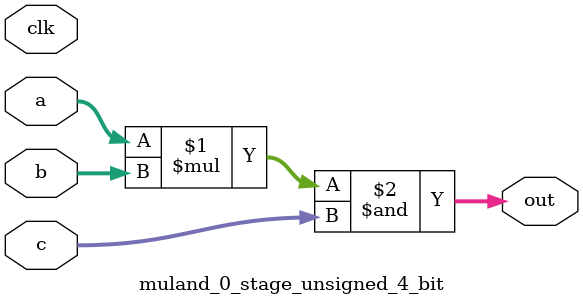
<source format=sv>
(* use_dsp = "yes" *) module muland_0_stage_unsigned_4_bit(
	input  [3:0] a,
	input  [3:0] b,
	input  [3:0] c,
	output [3:0] out,
	input clk);

	assign out = (a * b) & c;
endmodule

</source>
